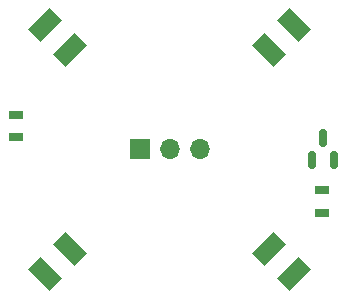
<source format=gbr>
%TF.GenerationSoftware,KiCad,Pcbnew,(6.0.7)*%
%TF.CreationDate,2022-10-08T17:45:21+02:00*%
%TF.ProjectId,Helios_PCB_emitter,48656c69-6f73-45f5-9043-425f656d6974,rev?*%
%TF.SameCoordinates,Original*%
%TF.FileFunction,Soldermask,Top*%
%TF.FilePolarity,Negative*%
%FSLAX46Y46*%
G04 Gerber Fmt 4.6, Leading zero omitted, Abs format (unit mm)*
G04 Created by KiCad (PCBNEW (6.0.7)) date 2022-10-08 17:45:21*
%MOMM*%
%LPD*%
G01*
G04 APERTURE LIST*
G04 Aperture macros list*
%AMRoundRect*
0 Rectangle with rounded corners*
0 $1 Rounding radius*
0 $2 $3 $4 $5 $6 $7 $8 $9 X,Y pos of 4 corners*
0 Add a 4 corners polygon primitive as box body*
4,1,4,$2,$3,$4,$5,$6,$7,$8,$9,$2,$3,0*
0 Add four circle primitives for the rounded corners*
1,1,$1+$1,$2,$3*
1,1,$1+$1,$4,$5*
1,1,$1+$1,$6,$7*
1,1,$1+$1,$8,$9*
0 Add four rect primitives between the rounded corners*
20,1,$1+$1,$2,$3,$4,$5,0*
20,1,$1+$1,$4,$5,$6,$7,0*
20,1,$1+$1,$6,$7,$8,$9,0*
20,1,$1+$1,$8,$9,$2,$3,0*%
%AMRotRect*
0 Rectangle, with rotation*
0 The origin of the aperture is its center*
0 $1 length*
0 $2 width*
0 $3 Rotation angle, in degrees counterclockwise*
0 Add horizontal line*
21,1,$1,$2,0,0,$3*%
G04 Aperture macros list end*
%ADD10R,1.300000X0.700000*%
%ADD11RotRect,1.500000X2.600000X135.000000*%
%ADD12RoundRect,0.150000X0.150000X-0.587500X0.150000X0.587500X-0.150000X0.587500X-0.150000X-0.587500X0*%
%ADD13RotRect,1.500000X2.600000X45.000000*%
%ADD14RotRect,1.500000X2.600000X315.000000*%
%ADD15R,1.700000X1.700000*%
%ADD16O,1.700000X1.700000*%
%ADD17RotRect,1.500000X2.600000X225.000000*%
G04 APERTURE END LIST*
D10*
%TO.C,R1*%
X177900000Y-103450000D03*
X177900000Y-105350000D03*
%TD*%
D11*
%TO.C,D1*%
X175560660Y-110560660D03*
X173439340Y-108439340D03*
%TD*%
D12*
%TO.C,Q0*%
X177050000Y-100937500D03*
X178950000Y-100937500D03*
X178000000Y-99062500D03*
%TD*%
D13*
%TO.C,D0*%
X173439340Y-91560660D03*
X175560660Y-89439340D03*
%TD*%
D14*
%TO.C,D3*%
X154439340Y-89439340D03*
X156560660Y-91560660D03*
%TD*%
D15*
%TO.C,J1*%
X162475000Y-100000000D03*
D16*
X165015000Y-100000000D03*
X167555000Y-100000000D03*
%TD*%
D17*
%TO.C,D2*%
X156560660Y-108439340D03*
X154439340Y-110560660D03*
%TD*%
D10*
%TO.C,R0*%
X152000000Y-97050000D03*
X152000000Y-98950000D03*
%TD*%
M02*

</source>
